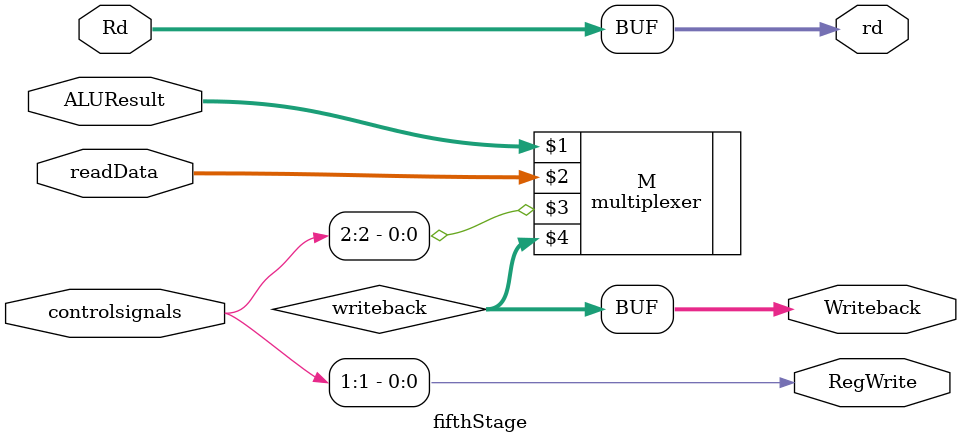
<source format=v>

module fifthStage(readData,ALUResult,controlsignals,Rd,RegWrite,Writeback,rd);
parameter Width=32;
// control signals -> regwrite and memtoreg

input [Width-1:0] readData,ALUResult;
input [2:0] controlsignals;
input [4:0] Rd;
output RegWrite;
output [Width-1:0] Writeback; 
output [4:0] rd;

wire [Width-1:0] writeback;
multiplexer #(Width)M(ALUResult,readData,controlsignals[2],writeback);

assign Writeback = writeback;
assign RegWrite = controlsignals[1];
assign rd = Rd;
endmodule
</source>
